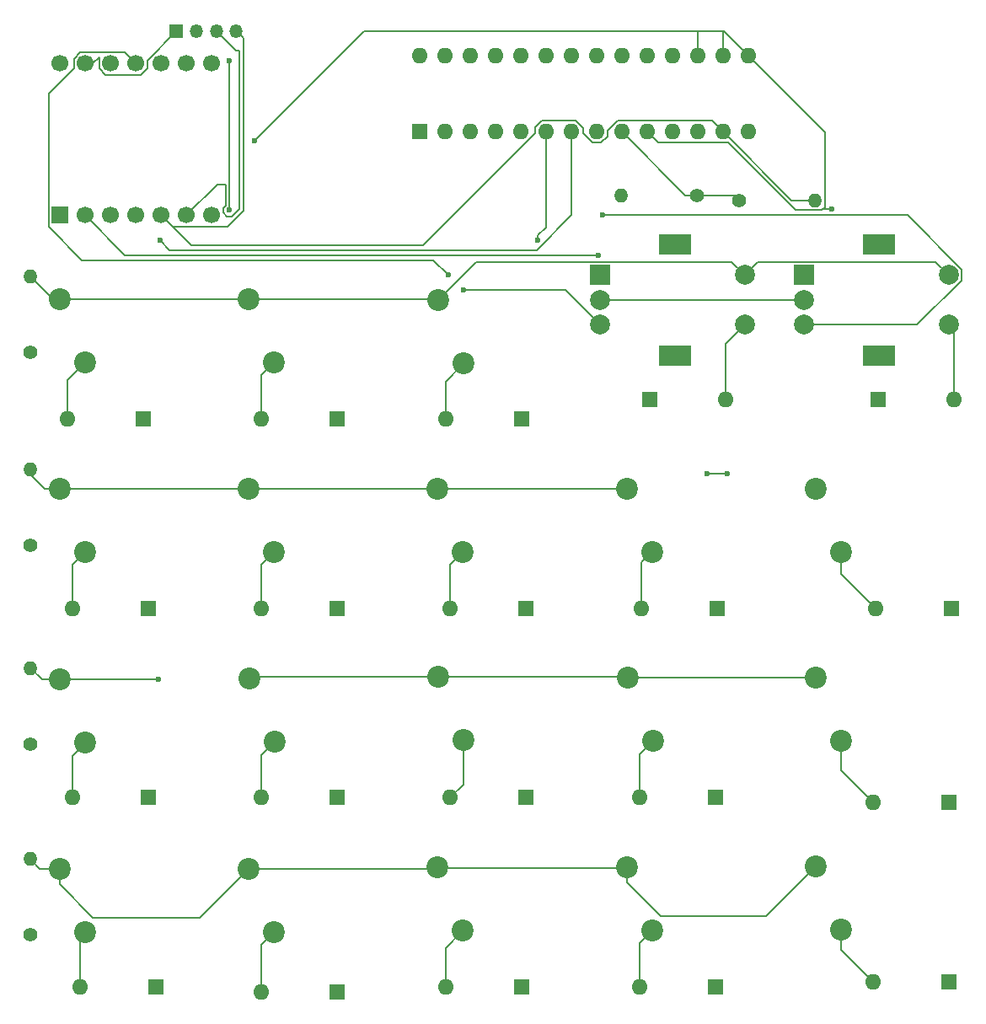
<source format=gbr>
%TF.GenerationSoftware,KiCad,Pcbnew,8.0.6-1.fc40*%
%TF.CreationDate,2024-10-26T10:43:42+11:00*%
%TF.ProjectId,Davepad,44617665-7061-4642-9e6b-696361645f70,rev?*%
%TF.SameCoordinates,Original*%
%TF.FileFunction,Copper,L1,Top*%
%TF.FilePolarity,Positive*%
%FSLAX46Y46*%
G04 Gerber Fmt 4.6, Leading zero omitted, Abs format (unit mm)*
G04 Created by KiCad (PCBNEW 8.0.6-1.fc40) date 2024-10-26 10:43:42*
%MOMM*%
%LPD*%
G01*
G04 APERTURE LIST*
%TA.AperFunction,ComponentPad*%
%ADD10R,1.600000X1.600000*%
%TD*%
%TA.AperFunction,ComponentPad*%
%ADD11O,1.600000X1.600000*%
%TD*%
%TA.AperFunction,ComponentPad*%
%ADD12C,2.200000*%
%TD*%
%TA.AperFunction,ComponentPad*%
%ADD13R,1.700000X1.700000*%
%TD*%
%TA.AperFunction,ComponentPad*%
%ADD14C,1.700000*%
%TD*%
%TA.AperFunction,ComponentPad*%
%ADD15R,1.350000X1.350000*%
%TD*%
%TA.AperFunction,ComponentPad*%
%ADD16O,1.350000X1.350000*%
%TD*%
%TA.AperFunction,ComponentPad*%
%ADD17R,2.000000X2.000000*%
%TD*%
%TA.AperFunction,ComponentPad*%
%ADD18C,2.000000*%
%TD*%
%TA.AperFunction,ComponentPad*%
%ADD19R,3.200000X2.000000*%
%TD*%
%TA.AperFunction,ComponentPad*%
%ADD20C,1.400000*%
%TD*%
%TA.AperFunction,ComponentPad*%
%ADD21O,1.400000X1.400000*%
%TD*%
%TA.AperFunction,ViaPad*%
%ADD22C,0.600000*%
%TD*%
%TA.AperFunction,Conductor*%
%ADD23C,0.200000*%
%TD*%
G04 APERTURE END LIST*
D10*
%TO.P,D3,1,K*%
%TO.N,Net-(D1-K)*%
X32310000Y-97500000D03*
D11*
%TO.P,D3,2,A*%
%TO.N,Net-(D3-A)*%
X24690000Y-97500000D03*
%TD*%
D12*
%TO.P,SW3,1,1*%
%TO.N,Net-(R7-Pad2)*%
X23460000Y-85650000D03*
%TO.P,SW3,2,2*%
%TO.N,Net-(D3-A)*%
X26000000Y-92000000D03*
%TD*%
%TO.P,SW16,1,1*%
%TO.N,Net-(R6-Pad2)*%
X80460000Y-104500000D03*
%TO.P,SW16,2,2*%
%TO.N,Net-(D17-A)*%
X83000000Y-110850000D03*
%TD*%
%TO.P,SW12,1,1*%
%TO.N,Net-(R6-Pad2)*%
X61420000Y-104500000D03*
%TO.P,SW12,2,2*%
%TO.N,Net-(D13-A)*%
X63960000Y-110850000D03*
%TD*%
%TO.P,SW11,1,1*%
%TO.N,Net-(R7-Pad2)*%
X61460000Y-85380000D03*
%TO.P,SW11,2,2*%
%TO.N,Net-(D12-A)*%
X64000000Y-91730000D03*
%TD*%
%TO.P,SW14,1,1*%
%TO.N,Net-(R8-Pad2)*%
X80420000Y-66460000D03*
%TO.P,SW14,2,2*%
%TO.N,Net-(D15-A)*%
X82960000Y-72810000D03*
%TD*%
D13*
%TO.P,U1,1,PA02_A0_D0*%
%TO.N,unconnected-(U1-PA02_A0_D0-Pad1)*%
X23460000Y-39000000D03*
D14*
%TO.P,U1,2,PA4_A1_D1*%
%TO.N,ROT0A*%
X26000000Y-39000000D03*
%TO.P,U1,3,PA10_A2_D2*%
%TO.N,unconnected-(U1-PA10_A2_D2-Pad3)*%
X28540000Y-39000000D03*
%TO.P,U1,4,PA11_A3_D3*%
%TO.N,unconnected-(U1-PA11_A3_D3-Pad4)*%
X31080000Y-39000000D03*
%TO.P,U1,5,PA8_A4_D4_SDA*%
%TO.N,SDA*%
X33620000Y-39000000D03*
%TO.P,U1,6,PA9_A5_D5_SCL*%
%TO.N,SCL*%
X36160000Y-39000000D03*
%TO.P,U1,7,PB08_A6_D6_TX*%
%TO.N,unconnected-(U1-PB08_A6_D6_TX-Pad7)*%
X38700000Y-39000000D03*
%TO.P,U1,8,PB09_A7_D7_RX*%
%TO.N,unconnected-(U1-PB09_A7_D7_RX-Pad8)*%
X38700000Y-23750000D03*
%TO.P,U1,9,PA7_A8_D8_SCK*%
%TO.N,ROT1B*%
X36160000Y-23750000D03*
%TO.P,U1,10,PA5_A9_D9_MISO*%
%TO.N,ROT1A*%
X33620000Y-23750000D03*
%TO.P,U1,11,PA6_A10_D10_MOSI*%
%TO.N,ROT0B*%
X31080000Y-23750000D03*
%TO.P,U1,12,3V3*%
%TO.N,Net-(J1-Pin_2)*%
X28540000Y-23750000D03*
%TO.P,U1,13,GND*%
%TO.N,GND*%
X26000000Y-23750000D03*
%TO.P,U1,14,5V*%
%TO.N,VCC*%
X23460000Y-23750000D03*
%TD*%
D12*
%TO.P,SW7,1,1*%
%TO.N,Net-(R7-Pad2)*%
X42500000Y-85500000D03*
%TO.P,SW7,2,2*%
%TO.N,Net-(D7-A)*%
X45040000Y-91850000D03*
%TD*%
%TO.P,SW18,1,1*%
%TO.N,Net-(R8-Pad2)*%
X99420000Y-66460000D03*
%TO.P,SW18,2,2*%
%TO.N,Net-(D19-A)*%
X101960000Y-72810000D03*
%TD*%
D15*
%TO.P,J1,1,Pin_1*%
%TO.N,GND*%
X35171138Y-20500000D03*
D16*
%TO.P,J1,2,Pin_2*%
%TO.N,Net-(J1-Pin_2)*%
X37171138Y-20500000D03*
%TO.P,J1,3,Pin_3*%
%TO.N,SCL*%
X39171138Y-20500000D03*
%TO.P,J1,4,Pin_4*%
%TO.N,SDA*%
X41171138Y-20500000D03*
%TD*%
D17*
%TO.P,SW13,A,A*%
%TO.N,ROT0A*%
X77750000Y-45000000D03*
D18*
%TO.P,SW13,B,B*%
%TO.N,ROT0B*%
X77750000Y-50000000D03*
%TO.P,SW13,C,C*%
%TO.N,GND*%
X77750000Y-47500000D03*
D19*
%TO.P,SW13,MP*%
%TO.N,N/C*%
X85250000Y-41900000D03*
X85250000Y-53100000D03*
D18*
%TO.P,SW13,S1,S1*%
%TO.N,Net-(D14-A)*%
X92250000Y-50000000D03*
%TO.P,SW13,S2,S2*%
%TO.N,Net-(R9-Pad2)*%
X92250000Y-45000000D03*
%TD*%
D20*
%TO.P,R7,1*%
%TO.N,Row3*%
X20500000Y-92120000D03*
D21*
%TO.P,R7,2*%
%TO.N,Net-(R7-Pad2)*%
X20500000Y-84500000D03*
%TD*%
D17*
%TO.P,SW17,A,A*%
%TO.N,ROT1A*%
X98250000Y-45000000D03*
D18*
%TO.P,SW17,B,B*%
%TO.N,ROT1B*%
X98250000Y-50000000D03*
%TO.P,SW17,C,C*%
%TO.N,GND*%
X98250000Y-47500000D03*
D19*
%TO.P,SW17,MP*%
%TO.N,N/C*%
X105750000Y-41900000D03*
X105750000Y-53100000D03*
D18*
%TO.P,SW17,S1,S1*%
%TO.N,Net-(D18-A)*%
X112750000Y-50000000D03*
%TO.P,SW17,S2,S2*%
%TO.N,Net-(R9-Pad2)*%
X112750000Y-45000000D03*
%TD*%
D10*
%TO.P,D4,1,K*%
%TO.N,Net-(D1-K)*%
X33120000Y-116500000D03*
D11*
%TO.P,D4,2,A*%
%TO.N,Net-(D4-A)*%
X25500000Y-116500000D03*
%TD*%
D10*
%TO.P,D18,1,K*%
%TO.N,Net-(D18-K)*%
X105690000Y-57500000D03*
D11*
%TO.P,D18,2,A*%
%TO.N,Net-(D18-A)*%
X113310000Y-57500000D03*
%TD*%
D12*
%TO.P,SW9,1,1*%
%TO.N,Net-(R9-Pad2)*%
X61500000Y-47500000D03*
%TO.P,SW9,2,2*%
%TO.N,Net-(D10-A)*%
X64040000Y-53850000D03*
%TD*%
D10*
%TO.P,D2,1,K*%
%TO.N,Net-(D1-K)*%
X32310000Y-78500000D03*
D11*
%TO.P,D2,2,A*%
%TO.N,Net-(D2-A)*%
X24690000Y-78500000D03*
%TD*%
D12*
%TO.P,SW15,1,1*%
%TO.N,Net-(R7-Pad2)*%
X80500000Y-85460000D03*
%TO.P,SW15,2,2*%
%TO.N,Net-(D16-A)*%
X83040000Y-91810000D03*
%TD*%
D10*
%TO.P,D12,1,K*%
%TO.N,Net-(D10-K)*%
X70310000Y-97500000D03*
D11*
%TO.P,D12,2,A*%
%TO.N,Net-(D12-A)*%
X62690000Y-97500000D03*
%TD*%
D12*
%TO.P,SW2,1,1*%
%TO.N,Net-(R8-Pad2)*%
X23420000Y-66460000D03*
%TO.P,SW2,2,2*%
%TO.N,Net-(D2-A)*%
X25960000Y-72810000D03*
%TD*%
D10*
%TO.P,D10,1,K*%
%TO.N,Net-(D10-K)*%
X69810000Y-59500000D03*
D11*
%TO.P,D10,2,A*%
%TO.N,Net-(D10-A)*%
X62190000Y-59500000D03*
%TD*%
D12*
%TO.P,SW4,1,1*%
%TO.N,Net-(R6-Pad2)*%
X23460000Y-104650000D03*
%TO.P,SW4,2,2*%
%TO.N,Net-(D4-A)*%
X26000000Y-111000000D03*
%TD*%
%TO.P,SW19,1,1*%
%TO.N,Net-(R7-Pad2)*%
X99420000Y-85460000D03*
%TO.P,SW19,2,2*%
%TO.N,Net-(D20-A)*%
X101960000Y-91810000D03*
%TD*%
%TO.P,SW10,1,1*%
%TO.N,Net-(R8-Pad2)*%
X61420000Y-66460000D03*
%TO.P,SW10,2,2*%
%TO.N,Net-(D11-A)*%
X63960000Y-72810000D03*
%TD*%
D10*
%TO.P,D7,1,K*%
%TO.N,Net-(D5-K)*%
X51310000Y-97500000D03*
D11*
%TO.P,D7,2,A*%
%TO.N,Net-(D7-A)*%
X43690000Y-97500000D03*
%TD*%
D20*
%TO.P,R11,1*%
%TO.N,Net-(J1-Pin_2)*%
X87500000Y-37000000D03*
D21*
%TO.P,R11,2*%
%TO.N,SCL*%
X79880000Y-37000000D03*
%TD*%
D10*
%TO.P,D11,1,K*%
%TO.N,Net-(D10-K)*%
X70310000Y-78500000D03*
D11*
%TO.P,D11,2,A*%
%TO.N,Net-(D11-A)*%
X62690000Y-78500000D03*
%TD*%
D12*
%TO.P,SW6,1,1*%
%TO.N,Net-(R8-Pad2)*%
X42420000Y-66460000D03*
%TO.P,SW6,2,2*%
%TO.N,Net-(D6-A)*%
X44960000Y-72810000D03*
%TD*%
D20*
%TO.P,R6,1*%
%TO.N,Row4*%
X20500000Y-111310000D03*
D21*
%TO.P,R6,2*%
%TO.N,Net-(R6-Pad2)*%
X20500000Y-103690000D03*
%TD*%
D12*
%TO.P,SW5,1,1*%
%TO.N,Net-(R9-Pad2)*%
X42420000Y-47460000D03*
%TO.P,SW5,2,2*%
%TO.N,Net-(D5-A)*%
X44960000Y-53810000D03*
%TD*%
%TO.P,SW1,1,1*%
%TO.N,Net-(R9-Pad2)*%
X23420000Y-47460000D03*
%TO.P,SW1,2,2*%
%TO.N,Net-(D1-A)*%
X25960000Y-53810000D03*
%TD*%
%TO.P,SW20,1,1*%
%TO.N,Net-(R6-Pad2)*%
X99420000Y-104380000D03*
%TO.P,SW20,2,2*%
%TO.N,Net-(D21-A)*%
X101960000Y-110730000D03*
%TD*%
D10*
%TO.P,D20,1,K*%
%TO.N,Net-(D18-K)*%
X112810000Y-98000000D03*
D11*
%TO.P,D20,2,A*%
%TO.N,Net-(D20-A)*%
X105190000Y-98000000D03*
%TD*%
D10*
%TO.P,D1,1,K*%
%TO.N,Net-(D1-K)*%
X31810000Y-59500000D03*
D11*
%TO.P,D1,2,A*%
%TO.N,Net-(D1-A)*%
X24190000Y-59500000D03*
%TD*%
D10*
%TO.P,D6,1,K*%
%TO.N,Net-(D5-K)*%
X51310000Y-78500000D03*
D11*
%TO.P,D6,2,A*%
%TO.N,Net-(D6-A)*%
X43690000Y-78500000D03*
%TD*%
D10*
%TO.P,D17,1,K*%
%TO.N,Net-(D14-K)*%
X89310000Y-116500000D03*
D11*
%TO.P,D17,2,A*%
%TO.N,Net-(D17-A)*%
X81690000Y-116500000D03*
%TD*%
D10*
%TO.P,D14,1,K*%
%TO.N,Net-(D14-K)*%
X82690000Y-57500000D03*
D11*
%TO.P,D14,2,A*%
%TO.N,Net-(D14-A)*%
X90310000Y-57500000D03*
%TD*%
D10*
%TO.P,D5,1,K*%
%TO.N,Net-(D5-K)*%
X51310000Y-59500000D03*
D11*
%TO.P,D5,2,A*%
%TO.N,Net-(D5-A)*%
X43690000Y-59500000D03*
%TD*%
D10*
%TO.P,D21,1,K*%
%TO.N,Net-(D18-K)*%
X112810000Y-116000000D03*
D11*
%TO.P,D21,2,A*%
%TO.N,Net-(D21-A)*%
X105190000Y-116000000D03*
%TD*%
D10*
%TO.P,D13,1,K*%
%TO.N,Net-(D10-K)*%
X69810000Y-116500000D03*
D11*
%TO.P,D13,2,A*%
%TO.N,Net-(D13-A)*%
X62190000Y-116500000D03*
%TD*%
D10*
%TO.P,D15,1,K*%
%TO.N,Net-(D14-K)*%
X89500000Y-78500000D03*
D11*
%TO.P,D15,2,A*%
%TO.N,Net-(D15-A)*%
X81880000Y-78500000D03*
%TD*%
D20*
%TO.P,R10,1*%
%TO.N,Net-(J1-Pin_2)*%
X91690000Y-37500000D03*
D21*
%TO.P,R10,2*%
%TO.N,SDA*%
X99310000Y-37500000D03*
%TD*%
D20*
%TO.P,R8,1*%
%TO.N,Row2*%
X20500000Y-72120000D03*
D21*
%TO.P,R8,2*%
%TO.N,Net-(R8-Pad2)*%
X20500000Y-64500000D03*
%TD*%
D10*
%TO.P,D8,1,K*%
%TO.N,Net-(D5-K)*%
X51310000Y-117000000D03*
D11*
%TO.P,D8,2,A*%
%TO.N,Net-(D8-A)*%
X43690000Y-117000000D03*
%TD*%
D10*
%TO.P,D16,1,K*%
%TO.N,Net-(D14-K)*%
X89310000Y-97500000D03*
D11*
%TO.P,D16,2,A*%
%TO.N,Net-(D16-A)*%
X81690000Y-97500000D03*
%TD*%
D20*
%TO.P,R9,1*%
%TO.N,Row1*%
X20500000Y-52810000D03*
D21*
%TO.P,R9,2*%
%TO.N,Net-(R9-Pad2)*%
X20500000Y-45190000D03*
%TD*%
D10*
%TO.P,D19,1,K*%
%TO.N,Net-(D18-K)*%
X113000000Y-78500000D03*
D11*
%TO.P,D19,2,A*%
%TO.N,Net-(D19-A)*%
X105380000Y-78500000D03*
%TD*%
D12*
%TO.P,SW8,1,1*%
%TO.N,Net-(R6-Pad2)*%
X42420000Y-104650000D03*
%TO.P,SW8,2,2*%
%TO.N,Net-(D8-A)*%
X44960000Y-111000000D03*
%TD*%
D10*
%TO.P,U2,1,GPB0*%
%TO.N,unconnected-(U2-GPB0-Pad1)*%
X59600000Y-30620000D03*
D11*
%TO.P,U2,2,GPB1*%
%TO.N,unconnected-(U2-GPB1-Pad2)*%
X62140000Y-30620000D03*
%TO.P,U2,3,GPB2*%
%TO.N,unconnected-(U2-GPB2-Pad3)*%
X64680000Y-30620000D03*
%TO.P,U2,4,GPB3*%
%TO.N,unconnected-(U2-GPB3-Pad4)*%
X67220000Y-30620000D03*
%TO.P,U2,5,GPB4*%
%TO.N,Row1*%
X69760000Y-30620000D03*
%TO.P,U2,6,GPB5*%
%TO.N,Row4*%
X72300000Y-30620000D03*
%TO.P,U2,7,GPB6*%
%TO.N,Row3*%
X74840000Y-30620000D03*
%TO.P,U2,8,GPB7*%
%TO.N,Row2*%
X77380000Y-30620000D03*
%TO.P,U2,9,VDD*%
%TO.N,Net-(J1-Pin_2)*%
X79920000Y-30620000D03*
%TO.P,U2,10,VSS*%
%TO.N,GND*%
X82460000Y-30620000D03*
%TO.P,U2,11,NC*%
%TO.N,unconnected-(U2-NC-Pad11)*%
X85000000Y-30620000D03*
%TO.P,U2,12,SCK*%
%TO.N,SCL*%
X87540000Y-30620000D03*
%TO.P,U2,13,SDA*%
%TO.N,SDA*%
X90080000Y-30620000D03*
%TO.P,U2,14,NC*%
%TO.N,unconnected-(U2-NC-Pad14)*%
X92620000Y-30620000D03*
%TO.P,U2,15,A0*%
%TO.N,GND*%
X92620000Y-23000000D03*
%TO.P,U2,16,A1*%
X90080000Y-23000000D03*
%TO.P,U2,17,A2*%
X87540000Y-23000000D03*
%TO.P,U2,18,~{RESET}*%
%TO.N,unconnected-(U2-~{RESET}-Pad18)*%
X85000000Y-23000000D03*
%TO.P,U2,19,INTB*%
%TO.N,unconnected-(U2-INTB-Pad19)*%
X82460000Y-23000000D03*
%TO.P,U2,20,INTA*%
%TO.N,unconnected-(U2-INTA-Pad20)*%
X79920000Y-23000000D03*
%TO.P,U2,21,GPA0*%
%TO.N,Net-(D18-K)*%
X77380000Y-23000000D03*
%TO.P,U2,22,GPA1*%
%TO.N,Net-(D14-K)*%
X74840000Y-23000000D03*
%TO.P,U2,23,GPA2*%
%TO.N,Net-(D10-K)*%
X72300000Y-23000000D03*
%TO.P,U2,24,GPA3*%
%TO.N,Net-(D5-K)*%
X69760000Y-23000000D03*
%TO.P,U2,25,GPA4*%
%TO.N,Net-(D1-K)*%
X67220000Y-23000000D03*
%TO.P,U2,26,GPA5*%
%TO.N,unconnected-(U2-GPA5-Pad26)*%
X64680000Y-23000000D03*
%TO.P,U2,27,GPA6*%
%TO.N,unconnected-(U2-GPA6-Pad27)*%
X62140000Y-23000000D03*
%TO.P,U2,28,GPA7*%
%TO.N,unconnected-(U2-GPA7-Pad28)*%
X59600000Y-23000000D03*
%TD*%
D22*
%TO.N,Row3*%
X33500000Y-41500000D03*
%TO.N,Row4*%
X71500000Y-41500000D03*
%TO.N,GND*%
X43000000Y-31500000D03*
X101000000Y-38400660D03*
%TO.N,ROT0A*%
X77532082Y-43032082D03*
%TO.N,ROT0B*%
X62500000Y-45000000D03*
X64000000Y-46500000D03*
%TO.N,ROT1B*%
X40500000Y-38500000D03*
X78000000Y-39000660D03*
X40500000Y-23500000D03*
%TO.N,Net-(R7-Pad2)*%
X33350000Y-85650000D03*
%TO.N,Net-(R8-Pad2)*%
X88500000Y-65000000D03*
X90500000Y-65000000D03*
%TD*%
D23*
%TO.N,Net-(D1-A)*%
X24190000Y-59500000D02*
X24190000Y-55580000D01*
X24190000Y-55580000D02*
X25960000Y-53810000D01*
%TO.N,Net-(D2-A)*%
X24690000Y-78500000D02*
X24690000Y-74080000D01*
X24690000Y-74080000D02*
X25960000Y-72810000D01*
%TO.N,Net-(D3-A)*%
X24690000Y-93310000D02*
X26000000Y-92000000D01*
X24690000Y-97500000D02*
X24690000Y-93310000D01*
%TO.N,Net-(D4-A)*%
X25500000Y-116500000D02*
X25500000Y-111500000D01*
%TO.N,Net-(D5-A)*%
X43690000Y-55080000D02*
X44960000Y-53810000D01*
X43690000Y-59500000D02*
X43690000Y-55080000D01*
%TO.N,Net-(D6-A)*%
X43690000Y-78500000D02*
X43690000Y-74080000D01*
X43690000Y-74080000D02*
X44960000Y-72810000D01*
%TO.N,Net-(D7-A)*%
X43690000Y-93200000D02*
X45040000Y-91850000D01*
X43690000Y-97500000D02*
X43690000Y-93200000D01*
%TO.N,Net-(D8-A)*%
X43690000Y-112270000D02*
X44960000Y-111000000D01*
X43690000Y-117000000D02*
X43690000Y-112270000D01*
%TO.N,Net-(D10-A)*%
X62190000Y-55700000D02*
X64040000Y-53850000D01*
X62190000Y-59500000D02*
X62190000Y-55700000D01*
%TO.N,Net-(D11-A)*%
X62690000Y-78500000D02*
X62690000Y-74080000D01*
X62690000Y-74080000D02*
X63960000Y-72810000D01*
%TO.N,Net-(D12-A)*%
X64000000Y-96190000D02*
X62690000Y-97500000D01*
X64000000Y-91730000D02*
X64000000Y-96190000D01*
%TO.N,Net-(D13-A)*%
X62190000Y-116500000D02*
X62190000Y-112620000D01*
X62190000Y-112620000D02*
X63960000Y-110850000D01*
%TO.N,Net-(D14-A)*%
X90310000Y-57500000D02*
X90310000Y-51940000D01*
X90310000Y-51940000D02*
X92250000Y-50000000D01*
%TO.N,Net-(D15-A)*%
X81880000Y-73890000D02*
X82960000Y-72810000D01*
X81880000Y-78500000D02*
X81880000Y-73890000D01*
%TO.N,Net-(D16-A)*%
X81690000Y-97500000D02*
X81690000Y-93160000D01*
X81690000Y-93160000D02*
X83040000Y-91810000D01*
%TO.N,Net-(D17-A)*%
X81690000Y-112160000D02*
X83000000Y-110850000D01*
X81690000Y-116500000D02*
X81690000Y-112160000D01*
%TO.N,Net-(D18-A)*%
X113310000Y-57500000D02*
X113310000Y-50560000D01*
%TO.N,Net-(D19-A)*%
X105380000Y-78500000D02*
X101960000Y-75080000D01*
X101960000Y-75080000D02*
X101960000Y-72810000D01*
%TO.N,Net-(D20-A)*%
X101960000Y-94770000D02*
X105190000Y-98000000D01*
X101960000Y-91810000D02*
X101960000Y-94770000D01*
%TO.N,Net-(D21-A)*%
X105190000Y-116000000D02*
X101960000Y-112770000D01*
X101960000Y-112770000D02*
X101960000Y-110730000D01*
%TO.N,Row3*%
X74840000Y-39008529D02*
X74840000Y-30620000D01*
X34500000Y-42500000D02*
X71348529Y-42500000D01*
X71348529Y-42500000D02*
X74840000Y-39008529D01*
X33500000Y-41500000D02*
X34500000Y-42500000D01*
%TO.N,Row4*%
X72300000Y-40200000D02*
X72300000Y-30620000D01*
X71500000Y-41000000D02*
X72300000Y-40200000D01*
X71500000Y-41500000D02*
X71500000Y-41000000D01*
%TO.N,GND*%
X100099340Y-38400660D02*
X100000000Y-38500000D01*
X101000000Y-38400660D02*
X100099340Y-38400660D01*
X87500000Y-20525000D02*
X53975000Y-20525000D01*
X32230000Y-24226346D02*
X32230000Y-23441138D01*
X28063654Y-24900000D02*
X31556346Y-24900000D01*
X97394314Y-38500000D02*
X100000000Y-38500000D01*
X92620000Y-23000000D02*
X90145000Y-20525000D01*
X32230000Y-23441138D02*
X35171138Y-20500000D01*
X90145000Y-20525000D02*
X90000000Y-20525000D01*
X82460000Y-30620000D02*
X83560000Y-31720000D01*
X83560000Y-31720000D02*
X90614314Y-31720000D01*
X27390000Y-24226346D02*
X28063654Y-24900000D01*
X31556346Y-24900000D02*
X32230000Y-24226346D01*
X90614314Y-31720000D02*
X97394314Y-38500000D01*
X100000000Y-38500000D02*
X100310000Y-38190000D01*
X77750000Y-47500000D02*
X98250000Y-47500000D01*
X53975000Y-20525000D02*
X43000000Y-31500000D01*
X26000000Y-23750000D02*
X26750000Y-23750000D01*
X26750000Y-23750000D02*
X27390000Y-23110000D01*
X100310000Y-30690000D02*
X92620000Y-23000000D01*
X27390000Y-23110000D02*
X27390000Y-24226346D01*
X100310000Y-38190000D02*
X100310000Y-30690000D01*
X90000000Y-20525000D02*
X87500000Y-20525000D01*
X90080000Y-23000000D02*
X90080000Y-20605000D01*
X87540000Y-23000000D02*
X87540000Y-20565000D01*
X87540000Y-20565000D02*
X87500000Y-20525000D01*
X90080000Y-20605000D02*
X90000000Y-20525000D01*
%TO.N,ROT0A*%
X77500000Y-43000000D02*
X30000000Y-43000000D01*
X77532082Y-43032082D02*
X77500000Y-43000000D01*
X30000000Y-43000000D02*
X26000000Y-39000000D01*
%TO.N,Net-(J1-Pin_2)*%
X91190000Y-37000000D02*
X91690000Y-37500000D01*
X79920000Y-30620000D02*
X86300000Y-37000000D01*
X87500000Y-37000000D02*
X91190000Y-37000000D01*
X86300000Y-37000000D02*
X87500000Y-37000000D01*
%TO.N,ROT0B*%
X25523654Y-22600000D02*
X24850000Y-23273654D01*
X24850000Y-23273654D02*
X24850000Y-24226346D01*
X24850000Y-24226346D02*
X22310000Y-26766346D01*
X31080000Y-23750000D02*
X29930000Y-22600000D01*
X25660000Y-43500000D02*
X61000000Y-43500000D01*
X29930000Y-22600000D02*
X25523654Y-22600000D01*
X74250000Y-46500000D02*
X77750000Y-50000000D01*
X22310000Y-40150000D02*
X25660000Y-43500000D01*
X61000000Y-43500000D02*
X62500000Y-45000000D01*
X64000000Y-46500000D02*
X74250000Y-46500000D01*
X22310000Y-26766346D02*
X22310000Y-40150000D01*
%TO.N,ROT1B*%
X109588478Y-50000000D02*
X98250000Y-50000000D01*
X78000000Y-39000660D02*
X108589138Y-39000660D01*
X40500000Y-38500000D02*
X40500000Y-23500000D01*
X114050000Y-45538478D02*
X109588478Y-50000000D01*
X114050000Y-44461522D02*
X114050000Y-45538478D01*
X108589138Y-39000660D02*
X114050000Y-44461522D01*
%TO.N,SDA*%
X76924365Y-31720000D02*
X76000000Y-30795635D01*
X40264215Y-40150000D02*
X34770000Y-40150000D01*
X71200000Y-30735635D02*
X59935635Y-42000000D01*
X76000000Y-30795635D02*
X76000000Y-30224365D01*
X76000000Y-30224365D02*
X75295635Y-29520000D01*
X78480000Y-30500000D02*
X78480000Y-31075635D01*
X79460000Y-29520000D02*
X78480000Y-30500000D01*
X36620000Y-42000000D02*
X33620000Y-39000000D01*
X41171138Y-20500000D02*
X41900000Y-21228862D01*
X77835635Y-31720000D02*
X76924365Y-31720000D01*
X78480000Y-31075635D02*
X77835635Y-31720000D01*
X41900000Y-21228862D02*
X41900000Y-38514215D01*
X75295635Y-29520000D02*
X71844365Y-29520000D01*
X90080000Y-30620000D02*
X88980000Y-29520000D01*
X71844365Y-29520000D02*
X71200000Y-30164365D01*
X59935635Y-42000000D02*
X36620000Y-42000000D01*
X96960000Y-37500000D02*
X90080000Y-30620000D01*
X99310000Y-37500000D02*
X96960000Y-37500000D01*
X88980000Y-29520000D02*
X79460000Y-29520000D01*
X41900000Y-38514215D02*
X40264215Y-40150000D01*
X71200000Y-30164365D02*
X71200000Y-30735635D01*
X34770000Y-40150000D02*
X33620000Y-39000000D01*
%TO.N,SCL*%
X41500000Y-38348529D02*
X41500000Y-22500000D01*
X39900000Y-38748529D02*
X40251471Y-39100000D01*
X39171138Y-20500000D02*
X41171138Y-22500000D01*
X40100000Y-38051471D02*
X39900000Y-38251471D01*
X36160000Y-39000000D02*
X39260000Y-35900000D01*
X39900000Y-38251471D02*
X39900000Y-38748529D01*
X40251471Y-39100000D02*
X40748529Y-39100000D01*
X40748529Y-39100000D02*
X41500000Y-38348529D01*
X40100000Y-35900000D02*
X40100000Y-38051471D01*
X41171138Y-22500000D02*
X41500000Y-22500000D01*
X39260000Y-35900000D02*
X40100000Y-35900000D01*
%TO.N,Net-(R6-Pad2)*%
X61520000Y-104600000D02*
X80360000Y-104600000D01*
X80460000Y-104500000D02*
X80460000Y-106055634D01*
X83794366Y-109390000D02*
X94410000Y-109390000D01*
X21460000Y-104650000D02*
X23460000Y-104650000D01*
X37530000Y-109540000D02*
X42420000Y-104650000D01*
X23460000Y-104650000D02*
X23460000Y-106205634D01*
X94410000Y-109390000D02*
X99420000Y-104380000D01*
X80460000Y-106055634D02*
X83794366Y-109390000D01*
X20500000Y-103690000D02*
X21460000Y-104650000D01*
X42420000Y-104650000D02*
X61270000Y-104650000D01*
X26794366Y-109540000D02*
X37530000Y-109540000D01*
X23460000Y-106205634D02*
X26794366Y-109540000D01*
%TO.N,Net-(R7-Pad2)*%
X20500000Y-84500000D02*
X21650000Y-85650000D01*
X21650000Y-85650000D02*
X23460000Y-85650000D01*
X23460000Y-85650000D02*
X33350000Y-85650000D01*
X99420000Y-85460000D02*
X80500000Y-85460000D01*
X61460000Y-85380000D02*
X42620000Y-85380000D01*
X61460000Y-85380000D02*
X80420000Y-85380000D01*
%TO.N,Net-(R8-Pad2)*%
X20000000Y-64500000D02*
X21960000Y-66460000D01*
X23420000Y-66460000D02*
X42420000Y-66460000D01*
X88500000Y-65000000D02*
X90500000Y-65000000D01*
X21960000Y-66460000D02*
X23420000Y-66460000D01*
X42420000Y-66460000D02*
X61420000Y-66460000D01*
X61420000Y-66460000D02*
X80420000Y-66460000D01*
%TO.N,Net-(R9-Pad2)*%
X65300000Y-43700000D02*
X90950000Y-43700000D01*
X111450000Y-43700000D02*
X112750000Y-45000000D01*
X20500000Y-45190000D02*
X22770000Y-47460000D01*
X90950000Y-43700000D02*
X92250000Y-45000000D01*
X42420000Y-47460000D02*
X61460000Y-47460000D01*
X92250000Y-45000000D02*
X93550000Y-43700000D01*
X61500000Y-47500000D02*
X65300000Y-43700000D01*
X93550000Y-43700000D02*
X111450000Y-43700000D01*
X23420000Y-47460000D02*
X42420000Y-47460000D01*
%TD*%
M02*

</source>
